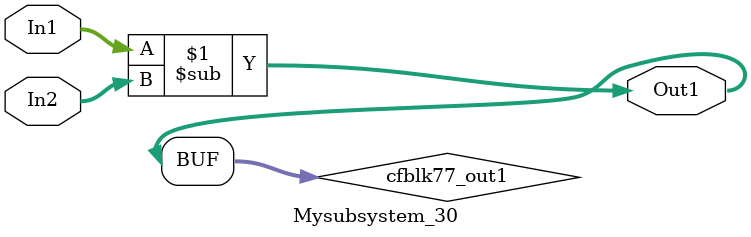
<source format=v>



`timescale 1 ns / 1 ns

module Mysubsystem_30
          (In1,
           In2,
           Out1);


  input   [7:0] In1;  // uint8
  input   [7:0] In2;  // uint8
  output  [7:0] Out1;  // uint8


  wire [7:0] cfblk77_out1;  // uint8


  assign cfblk77_out1 = In1 - In2;



  assign Out1 = cfblk77_out1;

endmodule  // Mysubsystem_30


</source>
